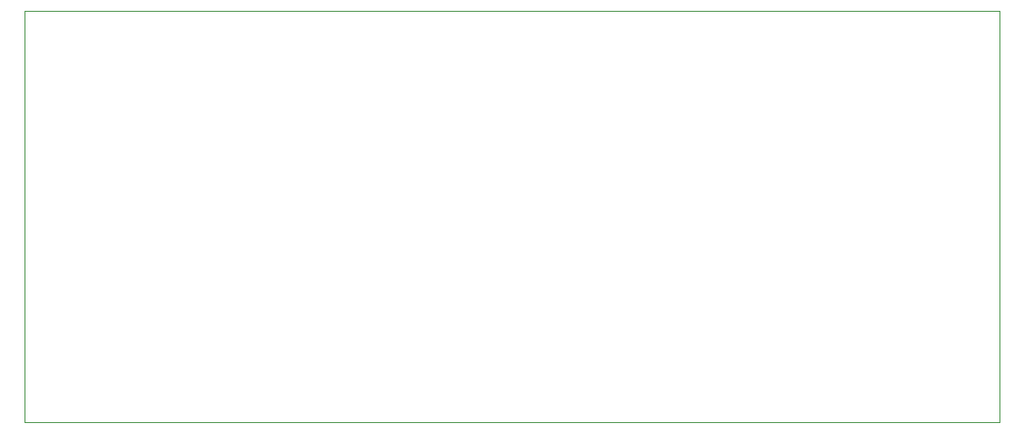
<source format=gbr>
%TF.GenerationSoftware,KiCad,Pcbnew,9.0.7*%
%TF.CreationDate,2026-01-19T21:12:20-05:00*%
%TF.ProjectId,psu,7073752e-6b69-4636-9164-5f7063625858,rev?*%
%TF.SameCoordinates,Original*%
%TF.FileFunction,Profile,NP*%
%FSLAX46Y46*%
G04 Gerber Fmt 4.6, Leading zero omitted, Abs format (unit mm)*
G04 Created by KiCad (PCBNEW 9.0.7) date 2026-01-19 21:12:20*
%MOMM*%
%LPD*%
G01*
G04 APERTURE LIST*
%TA.AperFunction,Profile*%
%ADD10C,0.050000*%
%TD*%
G04 APERTURE END LIST*
D10*
X78000000Y-57500000D02*
X168900000Y-57500000D01*
X168900000Y-96000000D01*
X78000000Y-96000000D01*
X78000000Y-57500000D01*
M02*

</source>
